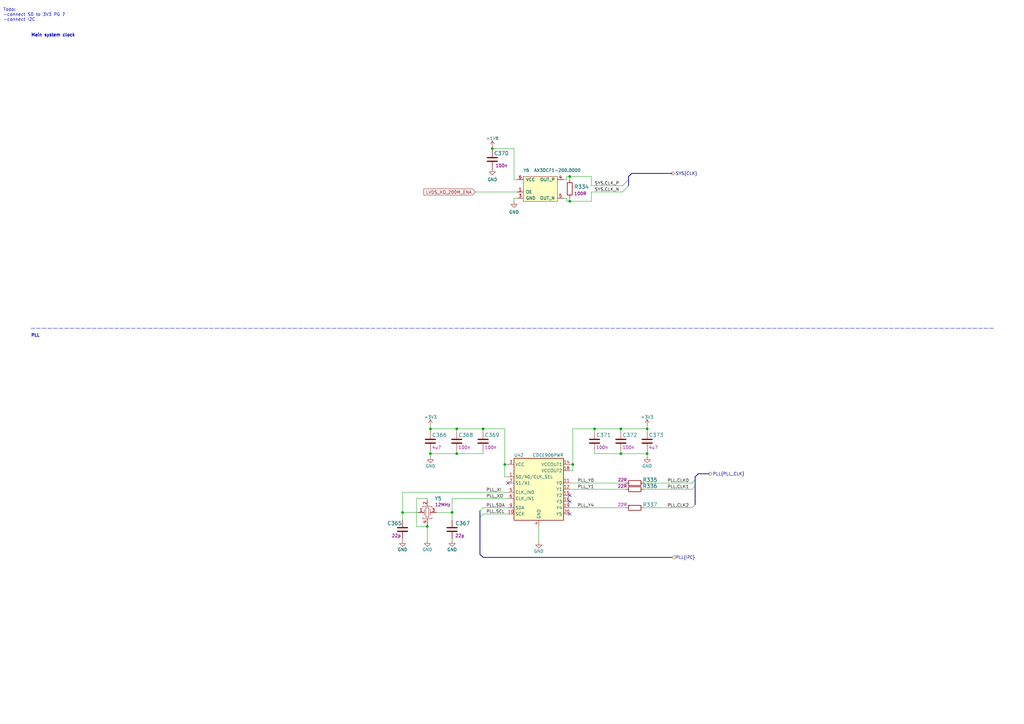
<source format=kicad_sch>
(kicad_sch (version 20211123) (generator eeschema)
  (paper "A3")
  (title_block (title "K410T devboard") (date "2023-01-04") (rev "0.0.99"))
  (lib_symbols
    (symbol "antmicroCapacitors0402:C_100n_0402" (pin_names (offset 0))
      (property "Reference" "C" (at -1.397 3.429 0))
      (property "Val" "100n" (at 0 -2.54 0))
      (symbol "C_100n_0402_1_1"
        (polyline (pts (xy -2.032 -0.762) (xy 2.032 -0.762)) (stroke (width 0.508)))
        (polyline (pts (xy -2.032 0.762) (xy 2.032 0.762)) (stroke (width 0.508)))
        (pin passive line (at 0 3.81 270) (length 2.794) (name "~") (number "1"))
        (pin passive line (at 0 -3.81 90) (length 2.794) (name "~") (number "2"))
      )
    )
    (symbol "antmicroCapacitors0402:C_22p_0402" (pin_names (offset 0))
      (property "Reference" "C" (at -1.397 3.429 0))
      (property "Val" "22p" (at 0 -2.54 0))
      (symbol "C_22p_0402_1_1"
        (polyline (pts (xy -2.032 -0.762) (xy 2.032 -0.762)) (stroke (width 0.508)))
        (polyline (pts (xy -2.032 0.762) (xy 2.032 0.762)) (stroke (width 0.508)))
        (pin passive line (at 0 3.81 270) (length 2.794) (name "~") (number "1"))
        (pin passive line (at 0 -3.81 90) (length 2.794) (name "~") (number "2"))
      )
    )
    (symbol "antmicroCapacitors0402:C_4u7_0402" (pin_names (offset 0))
      (property "Reference" "C" (at -1.397 3.429 0))
      (property "Val" "4u7" (at 0 -2.54 0))
      (symbol "C_4u7_0402_1_1"
        (polyline (pts (xy -2.032 -0.762) (xy 2.032 -0.762)) (stroke (width 0.508)))
        (polyline (pts (xy -2.032 0.762) (xy 2.032 0.762)) (stroke (width 0.508)))
        (pin passive line (at 0 3.81 270) (length 2.794) (name "~") (number "1"))
        (pin passive line (at 0 -3.81 90) (length 2.794) (name "~") (number "2"))
      )
    )
    (symbol "antmicroClockTimingClockGeneratorsPLLsFrequencySynthesizers:CDCE906PWR"
      (property "Reference" "U" (at -8.89 13.97 0))
      (property "Value" "CDCE906PWR" (at 2.54 13.97 0))
      (symbol "CDCE906PWR_0_1"
        (rectangle (start -10.16 12.7) (end 10.16 -12.7) (stroke (width 0.254)) (fill (type background)))
      )
      (symbol "CDCE906PWR_1_1"
        (pin input line (at -12.7 5.08 0) (length 2.54) (name "S0/A0/CLK_SEL") (number "1"))
        (pin bidirectional line (at -12.7 -10.16 0) (length 2.54) (name "SCK") (number "10"))
        (pin tri_state line (at 12.7 2.54 180) (length 2.54) (name "Y0") (number "11"))
        (pin tri_state line (at 12.7 0 180) (length 2.54) (name "Y1") (number "12"))
        (pin passive line (at 0 -15.24 90) (length 2.54) hide (name "GND") (number "13"))
        (pin power_in line (at 12.7 10.16 180) (length 2.54) (name "VCCOUT1") (number "14"))
        (pin tri_state line (at 12.7 -2.54 180) (length 2.54) (name "Y2") (number "15"))
        (pin tri_state line (at 12.7 -5.08 180) (length 2.54) (name "Y3") (number "16"))
        (pin passive line (at 0 -15.24 90) (length 2.54) hide (name "GND") (number "17"))
        (pin power_in line (at 12.7 7.62 180) (length 2.54) (name "VCCOUT2") (number "18"))
        (pin tri_state line (at 12.7 -7.62 180) (length 2.54) (name "Y4") (number "19"))
        (pin input line (at -12.7 2.54 0) (length 2.54) (name "S1/A1") (number "2"))
        (pin tri_state line (at 12.7 -10.16 180) (length 2.54) (name "Y5") (number "20"))
        (pin power_in line (at -12.7 10.16 0) (length 2.54) (name "VCC") (number "3"))
        (pin passive line (at 0 -15.24 90) (length 2.54) (name "GND") (number "4"))
        (pin input line (at -12.7 -1.27 0) (length 2.54) (name "CLK_IN0") (number "5"))
        (pin input line (at -12.7 -3.81 0) (length 2.54) (name "CLK_IN1") (number "6"))
        (pin passive line (at -12.7 10.16 0) (length 2.54) hide (name "VCC") (number "7"))
        (pin passive line (at 0 -15.24 90) (length 2.54) hide (name "GND") (number "8"))
        (pin bidirectional line (at -12.7 -7.62 0) (length 2.54) (name "SDA") (number "9"))
      )
    )
    (symbol "antmicroCrystals:ABM8G-12.000MHZ-18-D2Y-T " (pin_names (offset 1.016))
      (property "Reference" "Y" (at -1.905 3.175 0))
      (property "Val" "12MHz" (at 5.08 3.81 0))
      (symbol "ABM8G-12.000MHZ-18-D2Y-T _0_1"
        (rectangle (start -0.635 1.905) (end 0.635 -1.905))
        (polyline (pts (xy -1.27 1.27) (xy -1.27 -1.27)))
        (polyline (pts (xy 1.27 1.27) (xy 1.27 -1.27)))
        (polyline (pts (xy -1.905 -1.905) (xy -1.905 -2.54) (xy 1.905 -2.54) (xy 1.905 -1.905)))
        (polyline (pts (xy -1.905 1.905) (xy -1.905 2.54) (xy 1.905 2.54) (xy 1.905 1.905)))
      )
      (symbol "ABM8G-12.000MHZ-18-D2Y-T _1_1"
        (pin output line (at -3.81 0 0) (length 2.54) (name "~") (number "1"))
        (pin power_in line (at 0 5.08 270) (length 2.54) (name "~") (number "2"))
        (pin output line (at 3.81 0 180) (length 2.54) (name "~") (number "3"))
        (pin power_in line (at 0 -5.08 90) (length 2.54) (name "~") (number "4"))
      )
    )
    (symbol "antmicroOscillators:AX3DCF1-200.0000" (pin_names (offset 1.016))
      (property "Reference" "Y" (at -5.08 6.35 0))
      (property "Value" "AX3DCF1-200.0000" (at 1.27 -6.35 0))
      (symbol "AX3DCF1-200.0000_0_1"
        (rectangle (start -6.35 5.08) (end 7.62 -5.08) (fill (type background)))
      )
      (symbol "AX3DCF1-200.0000_1_1"
        (pin input line (at -8.89 -1.27 0) (length 2.54) (name "OE") (number "1"))
        (pin power_in line (at -8.89 -3.81 0) (length 2.54) (name "GND") (number "3"))
        (pin output line (at 10.16 3.81 180) (length 2.54) (name "OUT_P") (number "4"))
        (pin output line (at 10.16 -3.81 180) (length 2.54) (name "OUT_N") (number "5"))
        (pin power_in line (at -8.89 3.81 0) (length 2.54) (name "VCC") (number "6"))
      )
    )
    (symbol "antmicroResistors0402:R_100R_0402" (pin_names (offset 0))
      (property "Reference" "R" (at -1.397 3.429 0))
      (property "Val" "100R" (at 0 -2.54 0))
      (symbol "R_100R_0402_1_1"
        (rectangle (start 2.54 -1.016) (end -2.54 1.016) (stroke (width 0.254)))
        (pin passive line (at -3.81 0 0) (length 1.27) (name "~") (number "1"))
        (pin passive line (at 3.81 0 180) (length 1.27) (name "~") (number "2"))
      )
    )
    (symbol "antmicroResistors0402:R_22R_0402" (pin_names (offset 0))
      (property "Reference" "R" (at -1.397 3.429 0))
      (property "Val" "22R" (at 0 -2.54 0))
      (symbol "R_22R_0402_1_1"
        (rectangle (start 2.54 -1.016) (end -2.54 1.016) (stroke (width 0.254)))
        (pin passive line (at -3.81 0 0) (length 1.27) (name "~") (number "1"))
        (pin passive line (at 3.81 0 180) (length 1.27) (name "~") (number "2"))
      )
    )
    (symbol "power:+1V8" (power) (pin_names (offset 0))
      (property "Value" "+1V8" (at 0 3.556 0))
      (symbol "+1V8_0_1"
        (polyline (pts (xy -0.762 1.27) (xy 0 2.54)))
        (polyline (pts (xy 0 0) (xy 0 2.54)))
        (polyline (pts (xy 0 2.54) (xy 0.762 1.27)))
      )
      (symbol "+1V8_1_1"
        (pin power_in line (at 0 0 90) (length 0) hide (name "+1V8") (number "1"))
      )
    )
    (symbol "power:+3V3" (power) (pin_names (offset 0))
      (property "Value" "+3V3" (at 0 3.556 0))
      (symbol "+3V3_0_1"
        (polyline (pts (xy -0.762 1.27) (xy 0 2.54)))
        (polyline (pts (xy 0 0) (xy 0 2.54)))
        (polyline (pts (xy 0 2.54) (xy 0.762 1.27)))
      )
      (symbol "+3V3_1_1"
        (pin power_in line (at 0 0 90) (length 0) hide (name "+3V3") (number "1"))
      )
    )
    (symbol "power:GND" (power) (pin_names (offset 0))
      (property "Value" "GND" (at 0 -3.81 0))
      (symbol "GND_0_1"
        (polyline (pts (xy 0 0) (xy 0 -1.27) (xy 1.27 -1.27) (xy 0 -2.54) (xy -1.27 -1.27) (xy 0 -1.27)))
      )
      (symbol "GND_1_1"
        (pin power_in line (at 0 0 270) (length 0) hide (name "GND") (number "1"))
      )
    )
  )
  (bus_alias "I^{2}C" (members "SDA" "SCL"))
  (bus_alias "PLL_CLK" (members "CLK[0..2]"))
  (bus_alias "CLK" (members "CLK_P" "CLK_N"))
  (junction (at 265.43 175.895))
  (junction (at 187.325 186.055))
  (junction (at 176.53 186.055))
  (junction (at 201.93 60.96))
  (junction (at 175.26 215.9))
  (junction (at 234.95 190.5))
  (junction (at 185.42 210.185))
  (junction (at 233.68 72.39))
  (junction (at 233.68 82.55))
  (junction (at 165.1 210.185))
  (junction (at 198.12 175.895))
  (junction (at 254.635 175.895))
  (junction (at 254.635 186.055))
  (junction (at 176.53 175.895))
  (junction (at 265.43 186.055))
  (junction (at 243.84 175.895))
  (junction (at 207.01 190.5))
  (junction (at 187.325 175.895))
  (no_connect (at 233.68 203.2))
  (no_connect (at 233.68 205.74))
  (no_connect (at 208.28 198.12))
  (no_connect (at 233.68 210.82))
  (bus_entry (at 283.845 208.28) (size 1.27 -1.27))
  (bus_entry (at 257.81 76.2) (size -2.54 2.54))
  (bus_entry (at 196.85 209.55) (size 1.27 -1.27))
  (bus_entry (at 196.85 212.09) (size 1.27 -1.27))
  (bus_entry (at 257.81 73.66) (size -2.54 2.54))
  (bus_entry (at 283.845 198.12) (size 1.27 -1.27))
  (bus_entry (at 283.845 200.66) (size 1.27 -1.27))
  (wire (pts (xy 171.45 210.185) (xy 165.1 210.185)))
  (wire (pts (xy 265.43 186.055) (xy 254.635 186.055)))
  (wire (pts (xy 185.42 204.47) (xy 185.42 210.185)))
  (wire (pts (xy 232.41 72.39) (xy 233.68 72.39)))
  (wire (pts (xy 265.43 184.785) (xy 265.43 186.055)))
  (wire (pts (xy 234.95 175.895) (xy 243.84 175.895)))
  (wire (pts (xy 185.42 210.185) (xy 179.07 210.185)))
  (wire (pts (xy 232.41 82.55) (xy 233.68 82.55)))
  (wire (pts (xy 233.68 198.12) (xy 256.54 198.12)))
  (wire (pts (xy 220.98 215.9) (xy 220.98 222.25)))
  (bus (pts (xy 198.12 228.6) (xy 196.85 227.33)))
  (wire (pts (xy 233.68 72.39) (xy 242.57 72.39)))
  (wire (pts (xy 243.84 175.895) (xy 254.635 175.895)))
  (wire (pts (xy 265.43 174.625) (xy 265.43 175.895)))
  (wire (pts (xy 233.68 81.28) (xy 233.68 82.55)))
  (wire (pts (xy 170.815 215.9) (xy 175.26 215.9)))
  (bus (pts (xy 286.385 194.31) (xy 285.115 195.58)))
  (wire (pts (xy 175.26 215.9) (xy 175.26 221.615)))
  (bus (pts (xy 290.83 194.31) (xy 286.385 194.31)))
  (wire (pts (xy 176.53 186.055) (xy 176.53 187.325)))
  (wire (pts (xy 176.53 177.165) (xy 176.53 175.895)))
  (wire (pts (xy 176.53 186.055) (xy 187.325 186.055)))
  (wire (pts (xy 264.16 208.28) (xy 283.845 208.28)))
  (bus (pts (xy 196.85 209.55) (xy 196.85 212.09)))
  (wire (pts (xy 210.82 81.28) (xy 212.09 81.28)))
  (wire (pts (xy 254.635 186.055) (xy 243.84 186.055)))
  (wire (pts (xy 175.26 205.105) (xy 175.26 204.47)))
  (wire (pts (xy 185.42 210.185) (xy 185.42 213.36)))
  (wire (pts (xy 175.26 215.265) (xy 175.26 215.9)))
  (wire (pts (xy 165.1 220.98) (xy 165.1 221.615)))
  (bus (pts (xy 259.08 71.12) (xy 257.81 72.39)))
  (wire (pts (xy 233.68 208.28) (xy 256.54 208.28)))
  (wire (pts (xy 165.1 201.93) (xy 208.28 201.93)))
  (wire (pts (xy 254.635 184.785) (xy 254.635 186.055)))
  (wire (pts (xy 254.635 175.895) (xy 254.635 177.165)))
  (wire (pts (xy 283.845 200.66) (xy 264.16 200.66)))
  (wire (pts (xy 187.325 186.055) (xy 198.12 186.055)))
  (wire (pts (xy 165.1 201.93) (xy 165.1 210.185)))
  (wire (pts (xy 231.14 81.28) (xy 232.41 81.28)))
  (wire (pts (xy 187.325 175.895) (xy 187.325 177.165)))
  (wire (pts (xy 234.95 175.895) (xy 234.95 190.5)))
  (wire (pts (xy 170.815 204.47) (xy 170.815 215.9)))
  (wire (pts (xy 233.68 200.66) (xy 256.54 200.66)))
  (wire (pts (xy 201.93 60.96) (xy 201.93 61.595)))
  (wire (pts (xy 207.01 195.58) (xy 207.01 190.5)))
  (wire (pts (xy 242.57 72.39) (xy 242.57 76.2)))
  (wire (pts (xy 210.82 60.96) (xy 201.93 60.96)))
  (bus (pts (xy 275.59 228.6) (xy 198.12 228.6)))
  (wire (pts (xy 233.68 82.55) (xy 242.57 82.55)))
  (wire (pts (xy 265.43 186.055) (xy 265.43 187.325)))
  (wire (pts (xy 210.82 73.66) (xy 212.09 73.66)))
  (wire (pts (xy 187.325 175.895) (xy 198.12 175.895)))
  (wire (pts (xy 231.14 73.66) (xy 232.41 73.66)))
  (wire (pts (xy 201.93 60.325) (xy 201.93 60.96)))
  (bus (pts (xy 285.115 195.58) (xy 285.115 196.85)))
  (wire (pts (xy 210.82 73.66) (xy 210.82 60.96)))
  (bus (pts (xy 257.81 73.66) (xy 257.81 76.2)))
  (bus (pts (xy 196.85 212.09) (xy 196.85 227.33)))
  (bus (pts (xy 285.115 196.85) (xy 285.115 199.39)))
  (polyline (pts (xy 12.7 134.62) (xy 407.67 134.62)))
  (wire (pts (xy 170.815 204.47) (xy 175.26 204.47)))
  (wire (pts (xy 176.53 184.785) (xy 176.53 186.055)))
  (wire (pts (xy 210.82 81.28) (xy 210.82 82.55)))
  (wire (pts (xy 176.53 175.895) (xy 187.325 175.895)))
  (wire (pts (xy 232.41 81.28) (xy 232.41 82.55)))
  (wire (pts (xy 207.01 175.895) (xy 198.12 175.895)))
  (wire (pts (xy 185.42 220.98) (xy 185.42 221.615)))
  (wire (pts (xy 254.635 175.895) (xy 265.43 175.895)))
  (wire (pts (xy 198.12 184.785) (xy 198.12 186.055)))
  (wire (pts (xy 165.1 210.185) (xy 165.1 213.36)))
  (wire (pts (xy 207.01 190.5) (xy 208.28 190.5)))
  (wire (pts (xy 234.95 190.5) (xy 234.95 193.04)))
  (wire (pts (xy 198.12 210.82) (xy 208.28 210.82)))
  (bus (pts (xy 275.59 71.12) (xy 259.08 71.12)))
  (wire (pts (xy 265.43 177.165) (xy 265.43 175.895)))
  (wire (pts (xy 207.01 190.5) (xy 207.01 175.895)))
  (wire (pts (xy 232.41 73.66) (xy 232.41 72.39)))
  (wire (pts (xy 233.68 72.39) (xy 233.68 73.66)))
  (wire (pts (xy 187.325 184.785) (xy 187.325 186.055)))
  (wire (pts (xy 208.28 195.58) (xy 207.01 195.58)))
  (bus (pts (xy 257.81 72.39) (xy 257.81 73.66)))
  (wire (pts (xy 283.845 198.12) (xy 264.16 198.12)))
  (wire (pts (xy 243.84 175.895) (xy 243.84 177.165)))
  (bus (pts (xy 285.115 199.39) (xy 285.115 207.01)))
  (wire (pts (xy 242.57 76.2) (xy 255.27 76.2)))
  (wire (pts (xy 198.12 175.895) (xy 198.12 177.165)))
  (wire (pts (xy 176.53 174.625) (xy 176.53 175.895)))
  (wire (pts (xy 242.57 82.55) (xy 242.57 78.74)))
  (wire (pts (xy 233.68 190.5) (xy 234.95 190.5)))
  (wire (pts (xy 194.945 78.74) (xy 212.09 78.74)))
  (wire (pts (xy 243.84 184.785) (xy 243.84 186.055)))
  (wire (pts (xy 242.57 78.74) (xy 255.27 78.74)))
  (wire (pts (xy 198.12 208.28) (xy 208.28 208.28)))
  (wire (pts (xy 208.28 204.47) (xy 185.42 204.47)))
  (wire (pts (xy 233.68 193.04) (xy 234.95 193.04)))
  (text "Main system clock" (at 12.7 15.24 0) (effects (font (size 1.27 1.27) (thickness 0.254) bold) (justify left bottom)))
  (text "PLL" (at 12.7 138.43 0) (effects (font (size 1.27 1.27) (thickness 0.254) bold) (justify left bottom)))
  (text "Todo:\n-connect S0 to 3V3 PG ?\n-connect I2C" (at 1.27 8.89 0) (effects (font (size 1.27 1.27)) (justify left bottom)))
  (label "PLL_XI" (at 199.39 201.93 0))
  (label "PLL.CLK2" (at 273.685 208.28 0))
  (label "SYS.CLK_P" (at 243.84 76.2 0))
  (label "PLL.SDA" (at 199.39 208.28 0))
  (label "PLL.SCL" (at 199.39 210.82 0))
  (label "SYS.CLK_N" (at 243.84 78.74 0))
  (label "PLL_XO" (at 199.39 204.47 0))
  (label "PLL.CLK0" (at 273.685 198.12 0))
  (label "PLL_Y1" (at 236.855 200.66 0))
  (label "PLL.CLK1" (at 273.685 200.66 0))
  (label "PLL_Y4" (at 236.855 208.28 0))
  (label "PLL_Y0" (at 236.855 198.12 0))
  (global_label "LVDS_XO_200M_ENA" (shape input) (at 194.945 78.74 180) (property "Intersheet References" "${INTERSHEET_REFS}" (effects hide)))
  (hierarchical_label "PLL{PLL_CLK}" (shape output) (at 290.83 194.31 0))
  (hierarchical_label "PLL{I^{2}C}" (shape input) (at 275.59 228.6 0))
  (hierarchical_label "SYS{CLK}" (shape output) (at 275.59 71.12 0))
  (symbol (lib_id "antmicroCapacitors0402:C_100n_0402") (at 254.635 180.975 0) (mirror y) (unit 1)
    (property "Reference" "C372" (at 255.27 178.435 0) (effects (font (size 1.524 1.524)) (justify right)))
    (property "Value" "C_100n_0402" (effects hide))
    (property "Footprint" "antmicro-footprints:0402-cap" (effects hide))
    (property "Manufacturer" "Murata" (effects hide))
    (property "MPN" "GRM155R61H104KE14D" (effects hide))
    (property "Val" "100n" (at 255.27 183.515 0) (effects (justify right)))
  )
  (symbol (lib_id "antmicroCapacitors0402:C_22p_0402") (at 165.1 217.17 0) (unit 1)
    (property "Reference" "C365" (at 158.75 214.63 0) (effects (font (size 1.524 1.524)) (justify left)))
    (property "Value" "C_22p_0402" (effects hide))
    (property "Footprint" "antmicro-footprints:0402-cap" (effects hide))
    (property "Manufacturer" "YAGEO" (effects hide))
    (property "MPN" "CC0402JRNPO9BN220" (effects hide))
    (property "Val" "22p" (at 160.655 219.71 0) (effects (justify left)))
  )
  (symbol (lib_id "power:GND") (at 176.53 187.325 0) (unit 1)
    (property "Reference" "#PWR0412" (effects hide))
    (property "Value" "GND" (at 176.53 191.135 0))
  )
  (symbol (lib_id "power:GND") (at 265.43 187.325 0) (mirror y) (unit 1)
    (property "Reference" "#PWR0419" (effects hide))
    (property "Value" "GND" (at 265.43 191.135 0))
  )
  (symbol (lib_id "power:+3V3") (at 176.53 174.625 0) (unit 1)
    (property "Reference" "#PWR0411" (effects hide))
    (property "Value" "+3V3" (at 176.53 171.0492 0))
  )
  (symbol (lib_id "antmicroOscillators:AX3DCF1-200.0000") (at 220.98 77.47 0) (unit 1)
    (property "Reference" "Y6" (at 214.63 69.85 0) (effects (justify left)))
    (property "Value" "AX3DCF1-200.0000" (at 228.6 69.85 0))
    (property "Footprint" "antmicro-footprints:AX3DAF1" (effects hide))
    (property "MPN" "AX3DCF1-200.0000" (effects hide))
    (property "Manufacturer" "ABRACON" (effects hide))
  )
  (symbol (lib_id "antmicroResistors0402:R_22R_0402") (at 260.35 200.66 0) (unit 1)
    (property "Reference" "R336" (at 263.525 199.39 0) (effects (font (size 1.524 1.524)) (justify left)))
    (property "Value" "R_22R_0402" (effects hide))
    (property "Footprint" "antmicro-footprints:0402-res" (effects hide))
    (property "Manufacturer" "VISHAY" (effects hide))
    (property "MPN" "CRCW040222R0FKED" (effects hide))
    (property "Val" "22R" (at 255.27 199.39 0))
  )
  (symbol (lib_id "power:GND") (at 220.98 222.25 0) (unit 1)
    (property "Reference" "#PWR0417" (effects hide))
    (property "Value" "GND" (at 220.98 226.06 0))
  )
  (symbol (lib_id "antmicroResistors0402:R_100R_0402") (at 233.68 77.47 90) (unit 1)
    (property "Reference" "R334" (at 235.458 76.6354 90) (effects (font (size 1.524 1.524)) (justify right)))
    (property "Value" "R_100R_0402" (effects hide))
    (property "Footprint" "antmicro-footprints:0402-res" (effects hide))
    (property "Manufacturer" "BOURNS" (effects hide))
    (property "MPN" "CR0402-FX-1000GLF" (effects hide))
    (property "Val" "100R" (at 235.458 79.4005 90) (effects (justify right)))
  )
  (symbol (lib_id "antmicroCrystals:ABM8G-12.000MHZ-18-D2Y-T ") (at 175.26 210.185 0) (unit 1)
    (property "Reference" "Y5" (at 179.705 204.47 0) (effects (font (size 1.524 1.524))))
    (property "Value" "ABM8G-12.000MHZ-18-D2Y-T " (effects hide))
    (property "Footprint" "antmicro-footprints:KX-7" (effects hide))
    (property "MPN" "ABM8G-12.000MHZ-18-D2Y-T " (effects hide))
    (property "Manufacturer" "Abracon" (effects hide))
    (property "Val" "12MHz" (at 181.61 207.01 0))
  )
  (symbol (lib_id "power:GND") (at 175.26 221.615 0) (unit 1)
    (property "Reference" "#PWR0410" (effects hide))
    (property "Value" "GND" (at 175.26 225.425 0))
  )
  (symbol (lib_id "power:+3V3") (at 265.43 174.625 0) (mirror y) (unit 1)
    (property "Reference" "#PWR0418" (effects hide))
    (property "Value" "+3V3" (at 265.43 171.0492 0))
  )
  (symbol (lib_id "antmicroCapacitors0402:C_100n_0402") (at 187.325 180.975 0) (unit 1)
    (property "Reference" "C368" (at 187.96 178.435 0) (effects (font (size 1.524 1.524)) (justify left)))
    (property "Value" "C_100n_0402" (effects hide))
    (property "Footprint" "antmicro-footprints:0402-cap" (effects hide))
    (property "Manufacturer" "Murata" (effects hide))
    (property "MPN" "GRM155R61H104KE14D" (effects hide))
    (property "Val" "100n" (at 187.96 183.515 0) (effects (justify left)))
  )
  (symbol (lib_id "power:GND") (at 165.1 221.615 0) (unit 1)
    (property "Reference" "#PWR0409" (effects hide))
    (property "Value" "GND" (at 165.1 225.425 0))
  )
  (symbol (lib_id "antmicroResistors0402:R_22R_0402") (at 260.35 208.28 0) (unit 1)
    (property "Reference" "R337" (at 263.525 207.01 0) (effects (font (size 1.524 1.524)) (justify left)))
    (property "Value" "R_22R_0402" (effects hide))
    (property "Footprint" "antmicro-footprints:0402-res" (effects hide))
    (property "Manufacturer" "VISHAY" (effects hide))
    (property "MPN" "CRCW040222R0FKED" (effects hide))
    (property "Val" "22R" (at 255.27 207.01 0))
  )
  (symbol (lib_id "power:GND") (at 185.42 221.615 0) (unit 1)
    (property "Reference" "#PWR0413" (effects hide))
    (property "Value" "GND" (at 185.42 225.425 0))
  )
  (symbol (lib_id "antmicroCapacitors0402:C_22p_0402") (at 185.42 217.17 0) (unit 1)
    (property "Reference" "C367" (at 186.69 214.63 0) (effects (font (size 1.524 1.524)) (justify left)))
    (property "Value" "C_22p_0402" (effects hide))
    (property "Footprint" "antmicro-footprints:0402-cap" (effects hide))
    (property "Manufacturer" "YAGEO" (effects hide))
    (property "MPN" "CC0402JRNPO9BN220" (effects hide))
    (property "Val" "22p" (at 186.69 219.71 0) (effects (justify left)))
  )
  (symbol (lib_id "power:+1V8") (at 201.93 60.325 0) (unit 1)
    (property "Reference" "#PWR0414" (effects hide))
    (property "Value" "+1V8" (at 201.93 56.7492 0))
  )
  (symbol (lib_id "antmicroResistors0402:R_22R_0402") (at 260.35 198.12 0) (unit 1)
    (property "Reference" "R335" (at 263.525 196.85 0) (effects (font (size 1.524 1.524)) (justify left)))
    (property "Value" "R_22R_0402" (effects hide))
    (property "Footprint" "antmicro-footprints:0402-res" (effects hide))
    (property "Manufacturer" "VISHAY" (effects hide))
    (property "MPN" "CRCW040222R0FKED" (effects hide))
    (property "Val" "22R" (at 255.27 196.85 0))
  )
  (symbol (lib_id "power:GND") (at 201.93 69.215 0) (unit 1)
    (property "Reference" "#PWR0415" (effects hide))
    (property "Value" "GND" (at 201.93 73.6584 0))
  )
  (symbol (lib_id "antmicroClockTimingClockGeneratorsPLLsFrequencySynthesizers:CDCE906PWR") (at 220.98 200.66 0) (unit 1)
    (property "Reference" "U42" (at 210.82 186.69 0) (effects (justify left)))
    (property "Value" "CDCE906PWR" (at 224.79 186.69 0))
    (property "Footprint" "antmicro-footprints:TSSOP-20_W4.4mm" (effects hide))
    (property "Datasheet" "https://www.ti.com/lit/ds/symlink/cdce906.pdf?HQS=dis-mous-null-mousermode-dsf-pf-null-wwe&ts=1672406494449&ref_url=https%253A%252F%252Feu.mouser.com%252F" (effects hide))
    (property "MPN" "CDCE906PWR" (effects hide))
    (property "Manufacturer" "Texas Instruments" (effects hide))
  )
  (symbol (lib_id "antmicroCapacitors0402:C_4u7_0402") (at 265.43 180.975 0) (mirror y) (unit 1)
    (property "Reference" "C373" (at 266.065 178.435 0) (effects (font (size 1.524 1.524)) (justify right)))
    (property "Value" "C_4u7_0402" (effects hide))
    (property "Footprint" "antmicro-footprints:0402-cap" (effects hide))
    (property "Manufacturer" "MURATA" (effects hide))
    (property "MPN" "GRM155R61A475MEAAD" (effects hide))
    (property "Val" "4u7" (at 266.065 183.515 0) (effects (justify right)))
  )
  (symbol (lib_id "antmicroCapacitors0402:C_100n_0402") (at 198.12 180.975 0) (unit 1)
    (property "Reference" "C369" (at 198.755 178.435 0) (effects (font (size 1.524 1.524)) (justify left)))
    (property "Value" "C_100n_0402" (effects hide))
    (property "Footprint" "antmicro-footprints:0402-cap" (effects hide))
    (property "Manufacturer" "Murata" (effects hide))
    (property "MPN" "GRM155R61H104KE14D" (effects hide))
    (property "Val" "100n" (at 198.755 183.515 0) (effects (justify left)))
  )
  (symbol (lib_id "antmicroCapacitors0402:C_4u7_0402") (at 176.53 180.975 0) (unit 1)
    (property "Reference" "C366" (at 177.165 178.435 0) (effects (font (size 1.524 1.524)) (justify left)))
    (property "Value" "C_4u7_0402" (effects hide))
    (property "Footprint" "antmicro-footprints:0402-cap" (effects hide))
    (property "Manufacturer" "MURATA" (effects hide))
    (property "MPN" "GRM155R61A475MEAAD" (effects hide))
    (property "Val" "4u7" (at 177.165 183.515 0) (effects (justify left)))
  )
  (symbol (lib_id "power:GND") (at 210.82 82.55 0) (unit 1)
    (property "Reference" "#PWR0416" (effects hide))
    (property "Value" "GND" (at 210.82 86.9934 0))
  )
  (symbol (lib_id "antmicroCapacitors0402:C_100n_0402") (at 243.84 180.975 0) (mirror y) (unit 1)
    (property "Reference" "C371" (at 244.475 178.435 0) (effects (font (size 1.524 1.524)) (justify right)))
    (property "Value" "C_100n_0402" (effects hide))
    (property "Footprint" "antmicro-footprints:0402-cap" (effects hide))
    (property "Manufacturer" "Murata" (effects hide))
    (property "MPN" "GRM155R61H104KE14D" (effects hide))
    (property "Val" "100n" (at 244.475 183.515 0) (effects (justify right)))
  )
  (symbol (lib_id "antmicroCapacitors0402:C_100n_0402") (at 201.93 65.405 0) (unit 1)
    (property "Reference" "C370" (at 202.565 62.865 0) (effects (font (size 1.524 1.524)) (justify left)))
    (property "Value" "C_100n_0402" (effects hide))
    (property "Footprint" "antmicro-footprints:0402-cap" (effects hide))
    (property "Manufacturer" "Murata" (effects hide))
    (property "MPN" "GRM155R61H104KE14D" (effects hide))
    (property "Val" "100n" (at 203.2 67.945 0) (effects (justify left)))
  )
)
</source>
